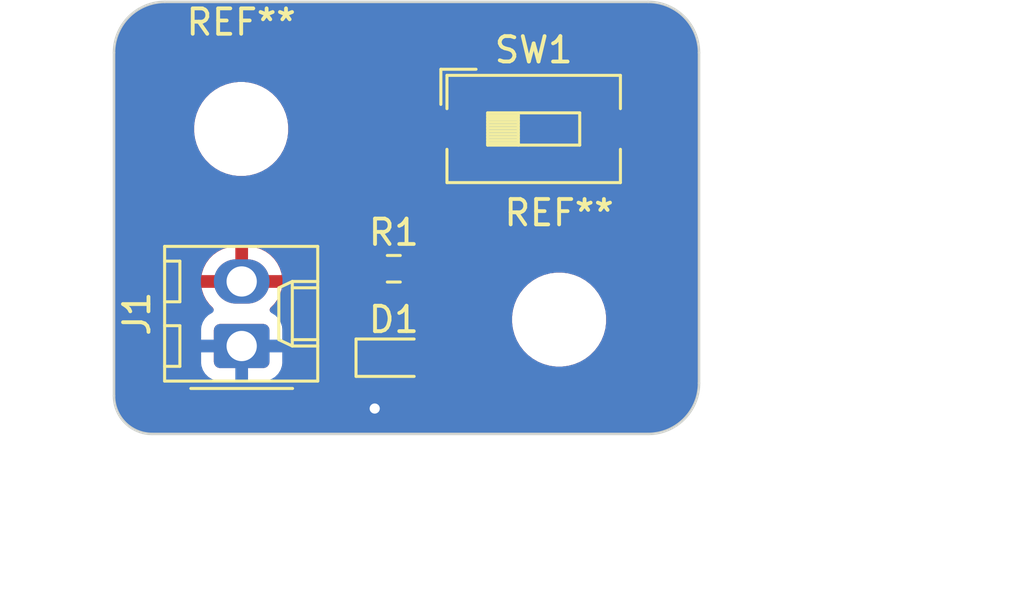
<source format=kicad_pcb>
(kicad_pcb (version 20241229) (generator "pcbnew") (generator_version "9.0")
  (title_block (title "LED") (date "2025-09-14") (rev "0.0") (company "Illini Solar Car") (comment 1 "Designed By: Darren Erawan"))
  (layers (0 "F.Cu" signal) (2 "B.Cu" signal) (13 "F.Paste" user) (15 "B.Paste" user) (5 "F.SilkS" user "F.Silkscreen") (7 "B.SilkS" user "B.Silkscreen") (1 "F.Mask" user) (3 "B.Mask" user) (25 "Edge.Cuts" user))
  (net 0 "")
  (net 1 "Net-(R1-Pad2)")
  (net 2 "+3V3")
  (net 3 "Net-(D1-A)")
  (net 4 "GND")
  (footprint "MountingHole:MountingHole_3.2mm_M3" (layer "F.Cu") (at 138.5 90)
    (property "Reference" "REF**" (at 0 -4.2 0) (layer "F.SilkS"))
    (property "Value" "MountingHole_3.2mm_M3")
    (pad "" np_thru_hole circle (at 0 0) (size 3.2 3.2) (drill 3.2) (layers "*.Cu" "*.Mask"))
  )
  (footprint "LED_SMD:LED_0603_1608Metric" (layer "F.Cu") (at 132 91.5)
    (property "Reference" "D1" (at 0 -1.5 0) (layer "F.SilkS"))
    (property "Value" "LED_Red")
    (fp_line (start -1.485 -0.735) (end -1.485 0.735) (stroke (width 0.12)) (layer "F.SilkS"))
    (fp_line (start -1.485 0.735) (end 0.8 0.735) (stroke (width 0.12)) (layer "F.SilkS"))
    (fp_line (start 0.8 -0.735) (end -1.485 -0.735) (stroke (width 0.12)) (layer "F.SilkS"))
    (pad "1" smd roundrect (at -0.7875 0) (size 0.875 0.95) (layers "F.Cu" "F.Mask" "F.Paste") (net 4 "GND"))
    (pad "2" smd roundrect (at 0.7875 0) (size 0.875 0.95) (layers "F.Cu" "F.Mask" "F.Paste") (net 3 "Net-(D1-A)"))
  )
  (footprint "MountingHole:MountingHole_3.2mm_M3" (layer "F.Cu") (at 126 82.5)
    (property "Reference" "REF**" (at 0 -4.2 0) (layer "F.SilkS"))
    (property "Value" "MountingHole_3.2mm_M3")
    (pad "" np_thru_hole circle (at 0 0) (size 3.2 3.2) (drill 3.2) (layers "*.Cu" "*.Mask"))
  )
  (footprint "Button_Switch_SMD:SW_DIP_SPSTx01_Slide_6.7x4.1mm_W8.61mm_P2.54mm_LowProfile" (layer "F.Cu") (at 137.5 82.5)
    (property "Reference" "SW1" (at 0 -3.11 0) (layer "F.SilkS"))
    (property "Value" "SW_Push")
    (fp_line (start -3.65 -2.35) (end -3.65 -0.967) (stroke (width 0.12)) (layer "F.SilkS"))
    (fp_line (start -3.65 -2.35) (end -2.267 -2.35) (stroke (width 0.12)) (layer "F.SilkS"))
    (fp_line (start -3.41 -2.11) (end -3.41 -0.8) (stroke (width 0.12)) (layer "F.SilkS"))
    (fp_line (start -3.41 -2.11) (end 3.41 -2.11) (stroke (width 0.12)) (layer "F.SilkS"))
    (fp_line (start -3.41 0.8) (end -3.41 2.11) (stroke (width 0.12)) (layer "F.SilkS"))
    (fp_line (start -3.41 2.11) (end 3.41 2.11) (stroke (width 0.12)) (layer "F.SilkS"))
    (fp_line (start -1.81 -0.635) (end -1.81 0.635) (stroke (width 0.12)) (layer "F.SilkS"))
    (fp_line (start -1.81 -0.515) (end -0.603333 -0.515) (stroke (width 0.12)) (layer "F.SilkS"))
    (fp_line (start -1.81 -0.395) (end -0.603333 -0.395) (stroke (width 0.12)) (layer "F.SilkS"))
    (fp_line (start -1.81 -0.275) (end -0.603333 -0.275) (stroke (width 0.12)) (layer "F.SilkS"))
    (fp_line (start -1.81 -0.155) (end -0.603333 -0.155) (stroke (width 0.12)) (layer "F.SilkS"))
    (fp_line (start -1.81 -0.035) (end -0.603333 -0.035) (stroke (width 0.12)) (layer "F.SilkS"))
    (fp_line (start -1.81 0.085) (end -0.603333 0.085) (stroke (width 0.12)) (layer "F.SilkS"))
    (fp_line (start -1.81 0.205) (end -0.603333 0.205) (stroke (width 0.12)) (layer "F.SilkS"))
    (fp_line (start -1.81 0.325) (end -0.603333 0.325) (stroke (width 0.12)) (layer "F.SilkS"))
    (fp_line (start -1.81 0.445) (end -0.603333 0.445) (stroke (width 0.12)) (layer "F.SilkS"))
    (fp_line (start -1.81 0.565) (end -0.603333 0.565) (stroke (width 0.12)) (layer "F.SilkS"))
    (fp_line (start -1.81 0.635) (end 1.81 0.635) (stroke (width 0.12)) (layer "F.SilkS"))
    (fp_line (start -0.603333 -0.635) (end -0.603333 0.635) (stroke (width 0.12)) (layer "F.SilkS"))
    (fp_line (start 1.81 -0.635) (end -1.81 -0.635) (stroke (width 0.12)) (layer "F.SilkS"))
    (fp_line (start 1.81 0.635) (end 1.81 -0.635) (stroke (width 0.12)) (layer "F.SilkS"))
    (fp_line (start 3.41 -2.11) (end 3.41 -0.8) (stroke (width 0.12)) (layer "F.SilkS"))
    (fp_line (start 3.41 0.8) (end 3.41 2.11) (stroke (width 0.12)) (layer "F.SilkS"))
    (pad "1" smd rect (at -4.305 0) (size 2.44 1.12) (layers "F.Cu" "F.Mask" "F.Paste") (net 1 "Net-(R1-Pad2)"))
    (pad "2" smd rect (at 4.305 0) (size 2.44 1.12) (layers "F.Cu" "F.Mask" "F.Paste") (net 3 "Net-(D1-A)"))
  )
  (footprint "Connector_Molex:Molex_KK-254_AE-6410-02A_1x02_P2.54mm_Vertical" (layer "F.Cu") (at 126.02 91.04 90)
    (property "Reference" "J1" (at 1.27 -4.12 90) (layer "F.SilkS"))
    (property "Value" "Conn_01x02")
    (fp_line (start 3.92 -3.03) (end -1.38 -3.03) (stroke (width 0.12)) (layer "F.SilkS"))
    (fp_line (start 1.74 -3.03) (end 1.74 -2.43) (stroke (width 0.12)) (layer "F.SilkS"))
    (fp_line (start -0.8 -3.03) (end -0.8 -2.43) (stroke (width 0.12)) (layer "F.SilkS"))
    (fp_line (start -1.38 -3.03) (end -1.38 2.99) (stroke (width 0.12)) (layer "F.SilkS"))
    (fp_line (start 3.34 -2.43) (end 3.34 -3.03) (stroke (width 0.12)) (layer "F.SilkS"))
    (fp_line (start 1.74 -2.43) (end 3.34 -2.43) (stroke (width 0.12)) (layer "F.SilkS"))
    (fp_line (start 0.8 -2.43) (end 0.8 -3.03) (stroke (width 0.12)) (layer "F.SilkS"))
    (fp_line (start -0.8 -2.43) (end 0.8 -2.43) (stroke (width 0.12)) (layer "F.SilkS"))
    (fp_line (start -1.67 -2) (end -1.67 2) (stroke (width 0.12)) (layer "F.SilkS"))
    (fp_line (start 2.29 1.46) (end 2.54 1.99) (stroke (width 0.12)) (layer "F.SilkS"))
    (fp_line (start 0.25 1.46) (end 2.29 1.46) (stroke (width 0.12)) (layer "F.SilkS"))
    (fp_line (start 2.54 1.99) (end 2.54 2.99) (stroke (width 0.12)) (layer "F.SilkS"))
    (fp_line (start 0 1.99) (end 0.25 1.46) (stroke (width 0.12)) (layer "F.SilkS"))
    (fp_line (start 0 1.99) (end 2.54 1.99) (stroke (width 0.12)) (layer "F.SilkS"))
    (fp_line (start 3.92 2.99) (end 3.92 -3.03) (stroke (width 0.12)) (layer "F.SilkS"))
    (fp_line (start 2.29 2.99) (end 2.29 1.99) (stroke (width 0.12)) (layer "F.SilkS"))
    (fp_line (start 0.25 2.99) (end 0.25 1.99) (stroke (width 0.12)) (layer "F.SilkS"))
    (fp_line (start 0 2.99) (end 0 1.99) (stroke (width 0.12)) (layer "F.SilkS"))
    (fp_line (start -1.38 2.99) (end 3.92 2.99) (stroke (width 0.12)) (layer "F.SilkS"))
    (pad "1" thru_hole roundrect (at 0 0 90) (size 1.74 2.19) (drill 1.19) (layers "*.Cu" "*.Mask") (roundrect_rratio 0.143678) (net 4 "GND"))
    (pad "2" thru_hole oval (at 2.54 0 90) (size 1.74 2.19) (drill 1.19) (layers "*.Cu" "*.Mask") (net 2 "+3V3"))
  )
  (footprint "Resistor_SMD:R_0603_1608Metric_Pad0.98x0.95mm_HandSolder" (layer "F.Cu") (at 132 88)
    (property "Reference" "R1" (at 0 -1.43 0) (layer "F.SilkS"))
    (property "Value" "105")
    (fp_line (start -0.254724 -0.5225) (end 0.254724 -0.5225) (stroke (width 0.12)) (layer "F.SilkS"))
    (fp_line (start -0.254724 0.5225) (end 0.254724 0.5225) (stroke (width 0.12)) (layer "F.SilkS"))
    (pad "1" smd roundrect (at -0.9125 0) (size 0.975 0.95) (layers "F.Cu" "F.Mask" "F.Paste") (net 2 "+3V3"))
    (pad "2" smd roundrect (at 0.9125 0) (size 0.975 0.95) (layers "F.Cu" "F.Mask" "F.Paste") (net 1 "Net-(R1-Pad2)"))
  )
  (gr_arc (start 144 92.5) (mid 143.414214 93.914214) (end 142 94.5) (stroke (width 0.1)) (layer "Edge.Cuts"))
  (gr_line (start 121 93) (end 121 79.5) (stroke (width 0.1)) (layer "Edge.Cuts"))
  (gr_line (start 123 77.5) (end 142 77.5) (stroke (width 0.1)) (layer "Edge.Cuts"))
  (gr_arc (start 122.5 94.5) (mid 121.43934 94.06066) (end 121 93) (stroke (width 0.1)) (layer "Edge.Cuts"))
  (gr_line (start 142 94.5) (end 122.5 94.5) (stroke (width 0.1)) (layer "Edge.Cuts"))
  (gr_arc (start 121 79.5) (mid 121.585786 78.085786) (end 123 77.5) (stroke (width 0.1)) (layer "Edge.Cuts"))
  (gr_arc (start 142 77.5) (mid 143.414214 78.085786) (end 144 79.5) (stroke (width 0.1)) (layer "Edge.Cuts"))
  (gr_line (start 144 79.5) (end 144 92.5) (stroke (width 0.1)) (layer "Edge.Cuts"))
  (segment (start 133.25 85) (end 133.195 84.945) (width 0.25) (layer "F.Cu") (net 1))
  (segment (start 132.9125 88) (end 132.9125 85.3375) (width 0.25) (layer "F.Cu") (net 1))
  (segment (start 132.9125 85.3375) (end 133.25 85) (width 0.25) (layer "F.Cu") (net 1))
  (segment (start 133.195 84.945) (end 133.195 82.5) (width 0.25) (layer "F.Cu") (net 1))
  (segment (start 135.5 85.75) (end 134.5 86.75) (width 0.25) (layer "F.Cu") (net 3))
  (segment (start 133.75 91.5) (end 132.7875 91.5) (width 0.25) (layer "F.Cu") (net 3))
  (segment (start 134.5 90.75) (end 133.75 91.5) (width 0.25) (layer "F.Cu") (net 3))
  (segment (start 134.5 86.75) (end 134.5 90.75) (width 0.25) (layer "F.Cu") (net 3))
  (segment (start 141.805 82.5) (end 141.805 84.695) (width 0.25) (layer "F.Cu") (net 3))
  (segment (start 140.75 85.75) (end 135.5 85.75) (width 0.25) (layer "F.Cu") (net 3))
  (segment (start 141.805 84.695) (end 140.75 85.75) (width 0.25) (layer "F.Cu") (net 3))
  (segment (start 131.25 91.5375) (end 131.2125 91.5) (width 0.25) (layer "F.Cu") (net 4))
  (segment (start 131.25 93.5) (end 131.25 91.5375) (width 0.25) (layer "F.Cu") (net 4))
  (via (at 131.25 93.5) (size 0.8) (drill 0.4) (layers "F.Cu" "B.Cu") (net 4))
  (zone (net 2) (net_name "+3V3") (layer "F.Cu") (connect_pads (clearance 0.508)) (min_thickness 0.25) (fill yes (thermal_gap 0.5) (thermal_bridge_width 0.5))
    (polygon (pts (xy 144 77.5) (xy 144 94.5) (xy 121 94.5) (xy 121 77.5)))
  )
  (zone (net 4) (net_name "GND") (layer "B.Cu") (priority 1) (connect_pads (clearance 0.508)) (min_thickness 0.25) (fill yes (thermal_gap 0.5) (thermal_bridge_width 0.5))
    (polygon (pts (xy 144 77.5) (xy 144 94.5) (xy 121 94.5) (xy 121 77.5)))
  )
)
</source>
